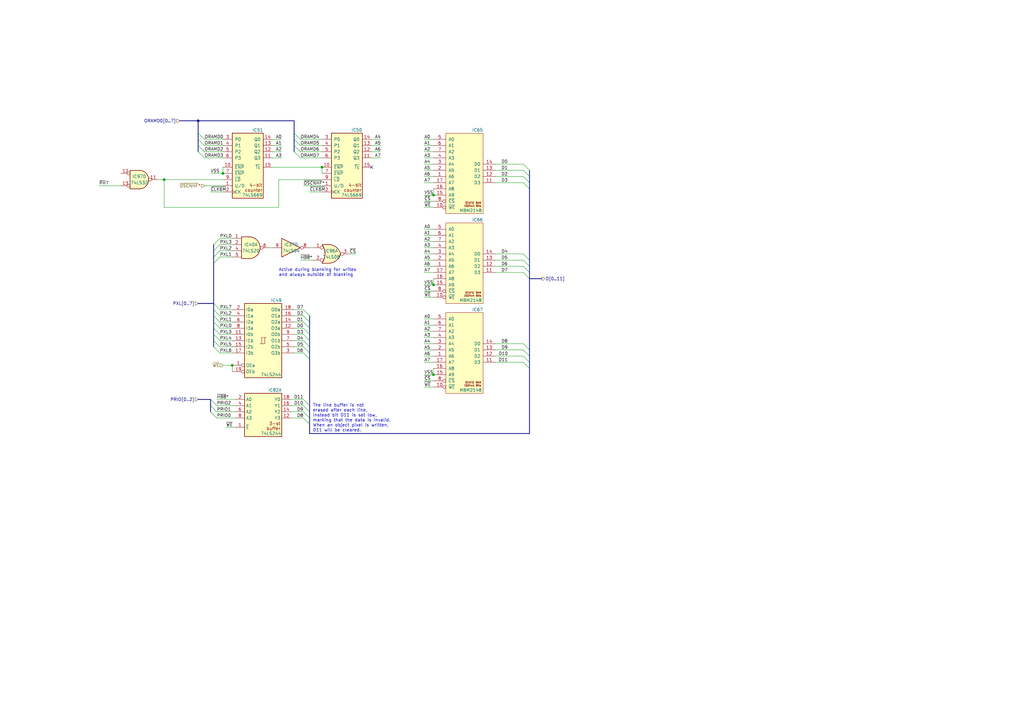
<source format=kicad_sch>
(kicad_sch (version 20231120) (generator "eeschema") (generator_version "8.0")
  (paper "A3")
  (title_block (date "2024-11-16") (company "JOTEGO") (comment 1 "www.patreon.com/jotego") (comment 2 "José Tejada"))
  (lib_symbols
    (symbol "arcade:MBM2148" (pin_names (offset 1.016))
      (property "Reference" "U" (at 7.62 17.78 0))
      (property "Value" "MBM2148" (at 2.54 -15.24 0))
      (symbol "MBM2148_0_1"
        (rectangle (start -7.62 16.51) (end 7.62 -16.51) (fill (type background)))
        (rectangle (start -6.35 16.51) (end -6.35 16.51))
      )
      (symbol "MBM2148_1_1"
        (text "STATIC RAM\n1024x4 Bits" (at 6.985 -12.7 0) (effects (font (size 0.762 0.762)) (justify right)))
        (pin input line (at -12.7 -1.27 0) (length 5.08) (name "A6") (number "1"))
        (pin input inverted (at -12.7 -13.97 0) (length 5.08) (name "~{WE}") (number "10"))
        (pin output line (at 12.7 -3.81 180) (length 5.08) (name "D3") (number "11"))
        (pin output line (at 12.7 -1.27 180) (length 5.08) (name "D2") (number "12"))
        (pin output line (at 12.7 1.27 180) (length 5.08) (name "D1") (number "13"))
        (pin output line (at 12.7 3.81 180) (length 5.08) (name "D0") (number "14"))
        (pin input line (at -12.7 -8.89 0) (length 5.08) (name "A9") (number "15"))
        (pin input line (at -12.7 -6.35 0) (length 5.08) (name "A8") (number "16"))
        (pin input line (at -12.7 -3.81 0) (length 5.08) (name "A7") (number "17"))
        (pin power_in line (at 0 16.51 270) (length 5.08) hide (name "VCC") (number "18"))
        (pin input line (at -12.7 1.27 0) (length 5.08) (name "A5") (number "2"))
        (pin input line (at -12.7 3.81 0) (length 5.08) (name "A4") (number "3"))
        (pin input line (at -12.7 6.35 0) (length 5.08) (name "A3") (number "4"))
        (pin input line (at -12.7 13.97 0) (length 5.08) (name "A0") (number "5"))
        (pin input line (at -12.7 11.43 0) (length 5.08) (name "A1") (number "6"))
        (pin input line (at -12.7 8.89 0) (length 5.08) (name "A2") (number "7"))
        (pin input inverted (at -12.7 -11.43 0) (length 5.08) (name "~{CS}") (number "8"))
        (pin power_in line (at 0 -16.51 90) (length 5.08) hide (name "VSS") (number "9"))
      )
    )
    (symbol "jt74:74LS04" (pin_names (offset 1.016))
      (property "Reference" "U" (at -0.635 0 0))
      (property "Value" "74LS04" (at 0 -5.08 0))
      (symbol "74LS04_1_0"
        (polyline (pts (xy -3.81 3.81) (xy -3.81 -3.81) (xy 3.81 0) (xy -3.81 3.81)) (stroke (width 0.254)) (fill (type background)))
        (pin input line (at -7.62 0 0) (length 3.81) (name "~") (number "1"))
        (pin output inverted (at 7.62 0 180) (length 3.81) (name "~") (number "2"))
      )
      (symbol "74LS04_2_0"
        (polyline (pts (xy -3.81 3.81) (xy -3.81 -3.81) (xy 3.81 0) (xy -3.81 3.81)) (stroke (width 0.254)) (fill (type background)))
        (pin input line (at -7.62 0 0) (length 3.81) (name "~") (number "3"))
        (pin output inverted (at 7.62 0 180) (length 3.81) (name "~") (number "4"))
      )
      (symbol "74LS04_3_0"
        (polyline (pts (xy -3.81 3.81) (xy -3.81 -3.81) (xy 3.81 0) (xy -3.81 3.81)) (stroke (width 0.254)) (fill (type background)))
        (pin input line (at -7.62 0 0) (length 3.81) (name "~") (number "5"))
        (pin output inverted (at 7.62 0 180) (length 3.81) (name "~") (number "6"))
      )
      (symbol "74LS04_4_0"
        (polyline (pts (xy -3.81 3.81) (xy -3.81 -3.81) (xy 3.81 0) (xy -3.81 3.81)) (stroke (width 0.254)) (fill (type background)))
        (pin output inverted (at 7.62 0 180) (length 3.81) (name "~") (number "8"))
        (pin input line (at -7.62 0 0) (length 3.81) (name "~") (number "9"))
      )
      (symbol "74LS04_5_0"
        (polyline (pts (xy -3.81 3.81) (xy -3.81 -3.81) (xy 3.81 0) (xy -3.81 3.81)) (stroke (width 0.254)) (fill (type background)))
        (pin output inverted (at 7.62 0 180) (length 3.81) (name "~") (number "10"))
        (pin input line (at -7.62 0 0) (length 3.81) (name "~") (number "11"))
      )
      (symbol "74LS04_6_0"
        (polyline (pts (xy -3.81 3.81) (xy -3.81 -3.81) (xy 3.81 0) (xy -3.81 3.81)) (stroke (width 0.254)) (fill (type background)))
        (pin output inverted (at 7.62 0 180) (length 3.81) (name "~") (number "12"))
        (pin input line (at -7.62 0 0) (length 3.81) (name "~") (number "13"))
      )
      (symbol "74LS04_7_0"
        (pin power_in line (at 0 7.62 270) (length 5.08) hide (name "VCC") (number "14"))
        (pin power_in line (at 0 -7.62 90) (length 5.08) hide (name "VSS") (number "7"))
      )
      (symbol "74LS04_7_1"
        (rectangle (start -5.08 7.62) (end 5.08 -7.62) (stroke (width 0.254)) (fill (type background)))
        (text "+" (at 0 6.35 0) (effects (font (size 1.27 1.27))))
      )
    )
    (symbol "jt74:74LS08" (pin_names (offset 1.016))
      (property "Reference" "U" (at 0 1.27 0))
      (property "Value" "74LS08" (at 0 -1.27 0))
      (symbol "74LS08_1_1"
        (arc (start 0 -3.81) (mid 3.7934 0) (end 0 3.81) (stroke (width 0.254)) (fill (type background)))
        (polyline (pts (xy 0 3.81) (xy -3.81 3.81) (xy -3.81 -3.81) (xy 0 -3.81)) (stroke (width 0.254)) (fill (type background)))
        (pin input line (at -7.62 2.54 0) (length 3.81) (name "~") (number "1"))
        (pin input line (at -7.62 -2.54 0) (length 3.81) (name "~") (number "2"))
        (pin output line (at 7.62 0 180) (length 3.81) (name "~") (number "3"))
      )
      (symbol "74LS08_1_2"
        (arc (start -3.81 -3.81) (mid -2.589 0) (end -3.81 3.81) (stroke (width 0.254)))
        (arc (start -0.6096 -3.81) (mid 2.1842 -2.5851) (end 3.81 0) (stroke (width 0.254)) (fill (type background)))
        (polyline (pts (xy -3.81 -3.81) (xy -0.635 -3.81)) (stroke (width 0.254)) (fill (type background)))
        (polyline (pts (xy -3.81 3.81) (xy -0.635 3.81)) (stroke (width 0.254)) (fill (type background)))
        (polyline (pts (xy -0.635 3.81) (xy -3.81 3.81) (xy -3.81 3.81) (xy -3.556 3.4036) (xy -3.0226 2.2606) (xy -2.6924 1.0414) (xy -2.6162 -0.254) (xy -2.7686 -1.4986) (xy -3.175 -2.7178) (xy -3.81 -3.81) (xy -3.81 -3.81) (xy -0.635 -3.81)) (stroke (width -25.4)) (fill (type background)))
        (arc (start 3.81 0) (mid 2.1915 2.5936) (end -0.6096 3.81) (stroke (width 0.254)) (fill (type background)))
        (pin input inverted (at -7.62 2.54 0) (length 4.318) (name "~") (number "1"))
        (pin input inverted (at -7.62 -2.54 0) (length 4.318) (name "~") (number "2"))
        (pin output inverted (at 7.62 0 180) (length 3.81) (name "~") (number "3"))
      )
      (symbol "74LS08_2_1"
        (arc (start 0 -3.81) (mid 3.7934 0) (end 0 3.81) (stroke (width 0.254)) (fill (type background)))
        (polyline (pts (xy 0 3.81) (xy -3.81 3.81) (xy -3.81 -3.81) (xy 0 -3.81)) (stroke (width 0.254)) (fill (type background)))
        (pin input line (at -7.62 2.54 0) (length 3.81) (name "~") (number "4"))
        (pin input line (at -7.62 -2.54 0) (length 3.81) (name "~") (number "5"))
        (pin output line (at 7.62 0 180) (length 3.81) (name "~") (number "6"))
      )
      (symbol "74LS08_2_2"
        (arc (start -3.81 -3.81) (mid -2.589 0) (end -3.81 3.81) (stroke (width 0.254)))
        (arc (start -0.6096 -3.81) (mid 2.1842 -2.5851) (end 3.81 0) (stroke (width 0.254)) (fill (type background)))
        (polyline (pts (xy -3.81 -3.81) (xy -0.635 -3.81)) (stroke (width 0.254)) (fill (type background)))
        (polyline (pts (xy -3.81 3.81) (xy -0.635 3.81)) (stroke (width 0.254)) (fill (type background)))
        (polyline (pts (xy -0.635 3.81) (xy -3.81 3.81) (xy -3.81 3.81) (xy -3.556 3.4036) (xy -3.0226 2.2606) (xy -2.6924 1.0414) (xy -2.6162 -0.254) (xy -2.7686 -1.4986) (xy -3.175 -2.7178) (xy -3.81 -3.81) (xy -3.81 -3.81) (xy -0.635 -3.81)) (stroke (width -25.4)) (fill (type background)))
        (arc (start 3.81 0) (mid 2.1915 2.5936) (end -0.6096 3.81) (stroke (width 0.254)) (fill (type background)))
        (pin input inverted (at -7.62 2.54 0) (length 4.318) (name "~") (number "4"))
        (pin input inverted (at -7.62 -2.54 0) (length 4.318) (name "~") (number "5"))
        (pin output inverted (at 7.62 0 180) (length 3.81) (name "~") (number "6"))
      )
      (symbol "74LS08_3_1"
        (arc (start 0 -3.81) (mid 3.7934 0) (end 0 3.81) (stroke (width 0.254)) (fill (type background)))
        (polyline (pts (xy 0 3.81) (xy -3.81 3.81) (xy -3.81 -3.81) (xy 0 -3.81)) (stroke (width 0.254)) (fill (type background)))
        (pin input line (at -7.62 -2.54 0) (length 3.81) (name "~") (number "10"))
        (pin output line (at 7.62 0 180) (length 3.81) (name "~") (number "8"))
        (pin input line (at -7.62 2.54 0) (length 3.81) (name "~") (number "9"))
      )
      (symbol "74LS08_3_2"
        (arc (start -3.81 -3.81) (mid -2.589 0) (end -3.81 3.81) (stroke (width 0.254)))
        (arc (start -0.6096 -3.81) (mid 2.1842 -2.5851) (end 3.81 0) (stroke (width 0.254)) (fill (type background)))
        (polyline (pts (xy -3.81 -3.81) (xy -0.635 -3.81)) (stroke (width 0.254)) (fill (type background)))
        (polyline (pts (xy -3.81 3.81) (xy -0.635 3.81)) (stroke (width 0.254)) (fill (type background)))
        (polyline (pts (xy -0.635 3.81) (xy -3.81 3.81) (xy -3.81 3.81) (xy -3.556 3.4036) (xy -3.0226 2.2606) (xy -2.6924 1.0414) (xy -2.6162 -0.254) (xy -2.7686 -1.4986) (xy -3.175 -2.7178) (xy -3.81 -3.81) (xy -3.81 -3.81) (xy -0.635 -3.81)) (stroke (width -25.4)) (fill (type background)))
        (arc (start 3.81 0) (mid 2.1915 2.5936) (end -0.6096 3.81) (stroke (width 0.254)) (fill (type background)))
        (pin input inverted (at -7.62 -2.54 0) (length 4.318) (name "~") (number "10"))
        (pin output inverted (at 7.62 0 180) (length 3.81) (name "~") (number "8"))
        (pin input inverted (at -7.62 2.54 0) (length 4.318) (name "~") (number "9"))
      )
      (symbol "74LS08_4_1"
        (arc (start 0 -3.81) (mid 3.7934 0) (end 0 3.81) (stroke (width 0.254)) (fill (type background)))
        (polyline (pts (xy 0 3.81) (xy -3.81 3.81) (xy -3.81 -3.81) (xy 0 -3.81)) (stroke (width 0.254)) (fill (type background)))
        (pin output line (at 7.62 0 180) (length 3.81) (name "~") (number "11"))
        (pin input line (at -7.62 2.54 0) (length 3.81) (name "~") (number "12"))
        (pin input line (at -7.62 -2.54 0) (length 3.81) (name "~") (number "13"))
      )
      (symbol "74LS08_4_2"
        (arc (start -3.81 -3.81) (mid -2.589 0) (end -3.81 3.81) (stroke (width 0.254)))
        (arc (start -0.6096 -3.81) (mid 2.1842 -2.5851) (end 3.81 0) (stroke (width 0.254)) (fill (type background)))
        (polyline (pts (xy -3.81 -3.81) (xy -0.635 -3.81)) (stroke (width 0.254)) (fill (type background)))
        (polyline (pts (xy -3.81 3.81) (xy -0.635 3.81)) (stroke (width 0.254)) (fill (type background)))
        (polyline (pts (xy -0.635 3.81) (xy -3.81 3.81) (xy -3.81 3.81) (xy -3.556 3.4036) (xy -3.0226 2.2606) (xy -2.6924 1.0414) (xy -2.6162 -0.254) (xy -2.7686 -1.4986) (xy -3.175 -2.7178) (xy -3.81 -3.81) (xy -3.81 -3.81) (xy -0.635 -3.81)) (stroke (width -25.4)) (fill (type background)))
        (arc (start 3.81 0) (mid 2.1915 2.5936) (end -0.6096 3.81) (stroke (width 0.254)) (fill (type background)))
        (pin output inverted (at 7.62 0 180) (length 3.81) (name "~") (number "11"))
        (pin input inverted (at -7.62 2.54 0) (length 4.318) (name "~") (number "12"))
        (pin input inverted (at -7.62 -2.54 0) (length 4.318) (name "~") (number "13"))
      )
      (symbol "74LS08_5_0"
        (pin power_in line (at 0 7.62 270) (length 5.08) hide (name "VCC") (number "14"))
        (pin power_in line (at 0 -7.62 90) (length 5.08) hide (name "VSS") (number "7"))
      )
      (symbol "74LS08_5_1"
        (rectangle (start -5.08 7.62) (end 5.08 -7.62) (stroke (width 0.254)) (fill (type background)))
        (text "+" (at 0 6.35 0) (effects (font (size 1.27 1.27))))
      )
    )
    (symbol "jt74:74LS20" (pin_names (offset 1.016))
      (property "Reference" "U" (at 0 1.27 0))
      (property "Value" "74LS20" (at 0 -1.27 0))
      (symbol "74LS20_1_1"
        (arc (start -0.635 -4.445) (mid 3.7907 0) (end -0.635 4.445) (stroke (width 0.254)) (fill (type background)))
        (polyline (pts (xy -0.635 4.445) (xy -3.81 4.445) (xy -3.81 -4.445) (xy -0.635 -4.445)) (stroke (width 0.254)) (fill (type background)))
        (pin input line (at -7.62 3.81 0) (length 3.81) (name "~") (number "1"))
        (pin input line (at -7.62 1.27 0) (length 3.81) (name "~") (number "2"))
        (pin input line (at -7.62 -1.27 0) (length 3.81) (name "~") (number "4"))
        (pin input line (at -7.62 -3.81 0) (length 3.81) (name "~") (number "5"))
        (pin output inverted (at 7.62 0 180) (length 3.81) (name "~") (number "6"))
      )
      (symbol "74LS20_1_2"
        (arc (start -3.81 -4.445) (mid -2.5908 0) (end -3.81 4.445) (stroke (width 0.254)))
        (arc (start -0.6096 -4.445) (mid 2.2246 -2.8422) (end 3.81 0) (stroke (width 0.254)) (fill (type background)))
        (polyline (pts (xy -3.81 -4.445) (xy -0.635 -4.445)) (stroke (width 0.254)) (fill (type background)))
        (polyline (pts (xy -3.81 4.445) (xy -0.635 4.445)) (stroke (width 0.254)) (fill (type background)))
        (polyline (pts (xy -0.635 4.445) (xy -3.81 4.445) (xy -3.81 4.445) (xy -3.6322 4.0894) (xy -3.0988 2.921) (xy -2.7686 1.6764) (xy -2.6162 0.4318) (xy -2.6416 -0.8636) (xy -2.8702 -2.1082) (xy -3.2512 -3.3274) (xy -3.81 -4.445) (xy -3.81 -4.445) (xy -0.635 -4.445)) (stroke (width -25.4)) (fill (type background)))
        (arc (start 3.81 0) (mid 2.2204 2.8379) (end -0.6096 4.445) (stroke (width 0.254)) (fill (type background)))
        (pin input inverted (at -7.62 3.81 0) (length 3.81) (name "~") (number "1"))
        (pin input inverted (at -7.62 1.27 0) (length 4.826) (name "~") (number "2"))
        (pin input inverted (at -7.62 -1.27 0) (length 4.826) (name "~") (number "4"))
        (pin input inverted (at -7.62 -3.81 0) (length 3.81) (name "~") (number "5"))
        (pin output line (at 7.62 0 180) (length 3.81) (name "~") (number "6"))
      )
      (symbol "74LS20_2_1"
        (arc (start -0.635 -4.445) (mid 3.7907 0) (end -0.635 4.445) (stroke (width 0.254)) (fill (type background)))
        (polyline (pts (xy -0.635 4.445) (xy -3.81 4.445) (xy -3.81 -4.445) (xy -0.635 -4.445)) (stroke (width 0.254)) (fill (type background)))
        (pin input line (at -7.62 1.27 0) (length 3.81) (name "~") (number "10"))
        (pin input line (at -7.62 -1.27 0) (length 3.81) (name "~") (number "12"))
        (pin input line (at -7.62 -3.81 0) (length 3.81) (name "~") (number "13"))
        (pin output inverted (at 7.62 0 180) (length 3.81) (name "~") (number "8"))
        (pin input line (at -7.62 3.81 0) (length 3.81) (name "~") (number "9"))
      )
      (symbol "74LS20_2_2"
        (arc (start -3.81 -4.445) (mid -2.5908 0) (end -3.81 4.445) (stroke (width 0.254)))
        (arc (start -0.6096 -4.445) (mid 2.2246 -2.8422) (end 3.81 0) (stroke (width 0.254)) (fill (type background)))
        (polyline (pts (xy -3.81 -4.445) (xy -0.635 -4.445)) (stroke (width 0.254)) (fill (type background)))
        (polyline (pts (xy -3.81 4.445) (xy -0.635 4.445)) (stroke (width 0.254)) (fill (type background)))
        (polyline (pts (xy -0.635 4.445) (xy -3.81 4.445) (xy -3.81 4.445) (xy -3.6322 4.0894) (xy -3.0988 2.921) (xy -2.7686 1.6764) (xy -2.6162 0.4318) (xy -2.6416 -0.8636) (xy -2.8702 -2.1082) (xy -3.2512 -3.3274) (xy -3.81 -4.445) (xy -3.81 -4.445) (xy -0.635 -4.445)) (stroke (width -25.4)) (fill (type background)))
        (arc (start 3.81 0) (mid 2.2204 2.8379) (end -0.6096 4.445) (stroke (width 0.254)) (fill (type background)))
        (pin input inverted (at -7.62 1.27 0) (length 4.826) (name "~") (number "10"))
        (pin input inverted (at -7.62 -1.27 0) (length 4.826) (name "~") (number "12"))
        (pin input inverted (at -7.62 -3.81 0) (length 3.81) (name "~") (number "13"))
        (pin output line (at 7.62 0 180) (length 3.81) (name "~") (number "8"))
        (pin input inverted (at -7.62 3.81 0) (length 3.81) (name "~") (number "9"))
      )
      (symbol "74LS20_3_0"
        (pin power_in line (at 0 7.62 270) (length 5.08) hide (name "VCC") (number "14"))
        (pin power_in line (at 0 -7.62 90) (length 5.08) hide (name "VSS") (number "7"))
      )
      (symbol "74LS20_3_1"
        (rectangle (start -5.08 7.62) (end 5.08 -7.62) (stroke (width 0.254)) (fill (type background)))
        (text "+" (at 0 6.35 0) (effects (font (size 1.27 1.27))))
      )
    )
    (symbol "jt74:74LS244"
      (property "Reference" "U" (at 7.62 16.51 0))
      (property "Value" "74LS244" (at 3.175 -13.97 0))
      (symbol "74LS244_1_0"
        (polyline (pts (xy -0.635 -1.27) (xy -0.635 1.27) (xy 0.635 1.27)))
        (polyline (pts (xy -1.27 -1.27) (xy 0.635 -1.27) (xy 0.635 1.27) (xy 1.27 1.27)))
        (pin input inverted (at -12.7 -10.16 0) (length 5.08) (name "OEa") (number "1"))
        (pin power_in line (at 0 -15.24 90) (length 5.08) hide (name "VSS") (number "10"))
        (pin input line (at -12.7 2.54 0) (length 5.08) (name "I0b") (number "11"))
        (pin tri_state line (at 12.7 5.08 180) (length 5.08) (name "O3a") (number "12"))
        (pin input line (at -12.7 0 0) (length 5.08) (name "I1b") (number "13"))
        (pin tri_state line (at 12.7 7.62 180) (length 5.08) (name "O2a") (number "14"))
        (pin input line (at -12.7 -2.54 0) (length 5.08) (name "I2b") (number "15"))
        (pin tri_state line (at 12.7 10.16 180) (length 5.08) (name "O1a") (number "16"))
        (pin input line (at -12.7 -5.08 0) (length 5.08) (name "I3b") (number "17"))
        (pin tri_state line (at 12.7 12.7 180) (length 5.08) (name "O0a") (number "18"))
        (pin input inverted (at -12.7 -12.7 0) (length 5.08) (name "OEb") (number "19"))
        (pin input line (at -12.7 12.7 0) (length 5.08) (name "I0a") (number "2"))
        (pin power_in line (at 0 15.24 270) (length 5.08) hide (name "VCC") (number "20"))
        (pin tri_state line (at 12.7 -5.08 180) (length 5.08) (name "O3b") (number "3"))
        (pin input line (at -12.7 10.16 0) (length 5.08) (name "I1a") (number "4"))
        (pin tri_state line (at 12.7 -2.54 180) (length 5.08) (name "O2b") (number "5"))
        (pin input line (at -12.7 7.62 0) (length 5.08) (name "I2a") (number "6"))
        (pin tri_state line (at 12.7 0 180) (length 5.08) (name "O1b") (number "7"))
        (pin input line (at -12.7 5.08 0) (length 5.08) (name "I3a") (number "8"))
        (pin tri_state line (at 12.7 2.54 180) (length 5.08) (name "O0b") (number "9"))
      )
      (symbol "74LS244_1_1"
        (rectangle (start -7.62 15.24) (end 7.62 -15.24) (stroke (width 0.254)) (fill (type background)))
      )
    )
    (symbol "jt74:74LS244_split"
      (property "Reference" "U" (at 7.62 8.89 0))
      (property "Value" "74LS244" (at 3.175 -8.89 0))
      (symbol "74LS244_split_1_0"
        (pin input line (at -11.43 -6.35 0) (length 3.81) (name "~{E}") (number "1"))
        (pin tri_state line (at 11.43 -2.54 180) (length 3.81) (name "Y3") (number "12"))
        (pin tri_state line (at 11.43 0 180) (length 3.81) (name "Y2") (number "14"))
        (pin tri_state line (at 11.43 2.54 180) (length 3.81) (name "Y1") (number "16"))
        (pin tri_state line (at 11.43 5.08 180) (length 3.81) (name "Y0") (number "18"))
        (pin input line (at -11.43 5.08 0) (length 3.81) (name "A0") (number "2"))
        (pin power_in line (at 0 7.62 270) (length 3.81) hide (name "VCC") (number "20"))
        (pin input line (at -11.43 2.54 0) (length 3.81) (name "A1") (number "4"))
        (pin input line (at -11.43 0 0) (length 3.81) (name "A2") (number "6"))
        (pin input line (at -11.43 -2.54 0) (length 3.81) (name "A3") (number "8"))
        (pin power_in line (at 0 -10.16 90) (length 3.81) hide (name "10") (number "GND"))
      )
      (symbol "74LS244_split_1_1"
        (rectangle (start -7.62 7.62) (end 7.62 -10.16) (stroke (width 0.254)) (fill (type background)))
        (text "3-st\nbuffer" (at 7.112 -5.842 0) (effects (font (size 1.27 1.27)) (justify right)))
      )
      (symbol "74LS244_split_2_0"
        (pin input line (at -11.43 5.08 0) (length 3.81) (name "A0") (number "11"))
        (pin input line (at -11.43 2.54 0) (length 3.81) (name "A1") (number "13"))
        (pin input line (at -11.43 0 0) (length 3.81) (name "A2") (number "15"))
        (pin input line (at -11.43 -2.54 0) (length 3.81) (name "A3") (number "17"))
        (pin input line (at -11.43 -6.35 0) (length 3.81) (name "~{E}") (number "19"))
        (pin tri_state line (at 11.43 -2.54 180) (length 3.81) (name "Y3") (number "3"))
        (pin tri_state line (at 11.43 0 180) (length 3.81) (name "Y2") (number "5"))
        (pin tri_state line (at 11.43 2.54 180) (length 3.81) (name "Y1") (number "7"))
        (pin tri_state line (at 11.43 5.08 180) (length 3.81) (name "Y0") (number "9"))
      )
      (symbol "74LS244_split_2_1"
        (rectangle (start -7.62 7.62) (end 7.62 -10.16) (stroke (width 0.254)) (fill (type background)))
        (text "3-st\nbuffer" (at 7.112 -5.842 0) (effects (font (size 1.27 1.27)) (justify right)))
      )
    )
    (symbol "jt74:74LS32" (pin_names (offset 1.016))
      (property "Reference" "U" (at 0 1.27 0))
      (property "Value" "74LS32" (at 0 -1.27 0))
      (symbol "74LS32_1_1"
        (arc (start -3.81 -3.81) (mid -2.589 0) (end -3.81 3.81) (stroke (width 0.254)))
        (arc (start -0.6096 -3.81) (mid 2.1842 -2.5851) (end 3.81 0) (stroke (width 0.254)) (fill (type background)))
        (polyline (pts (xy -3.81 -3.81) (xy -0.635 -3.81)) (stroke (width 0.254)) (fill (type background)))
        (polyline (pts (xy -3.81 3.81) (xy -0.635 3.81)) (stroke (width 0.254)) (fill (type background)))
        (polyline (pts (xy -0.635 3.81) (xy -3.81 3.81) (xy -3.81 3.81) (xy -3.556 3.4036) (xy -3.0226 2.2606) (xy -2.6924 1.0414) (xy -2.6162 -0.254) (xy -2.7686 -1.4986) (xy -3.175 -2.7178) (xy -3.81 -3.81) (xy -3.81 -3.81) (xy -0.635 -3.81)) (stroke (width -25.4)) (fill (type background)))
        (arc (start 3.81 0) (mid 2.1915 2.5936) (end -0.6096 3.81) (stroke (width 0.254)) (fill (type background)))
        (pin input line (at -7.62 2.54 0) (length 4.318) (name "~") (number "1"))
        (pin input line (at -7.62 -2.54 0) (length 4.318) (name "~") (number "2"))
        (pin output line (at 7.62 0 180) (length 3.81) (name "~") (number "3"))
      )
      (symbol "74LS32_1_2"
        (arc (start 0 -3.81) (mid 3.7934 0) (end 0 3.81) (stroke (width 0.254)) (fill (type background)))
        (polyline (pts (xy 0 3.81) (xy -3.81 3.81) (xy -3.81 -3.81) (xy 0 -3.81)) (stroke (width 0.254)) (fill (type background)))
        (pin input inverted (at -7.62 2.54 0) (length 3.81) (name "~") (number "1"))
        (pin input inverted (at -7.62 -2.54 0) (length 3.81) (name "~") (number "2"))
        (pin output inverted (at 7.62 0 180) (length 3.81) (name "~") (number "3"))
      )
      (symbol "74LS32_2_1"
        (arc (start -3.81 -3.81) (mid -2.589 0) (end -3.81 3.81) (stroke (width 0.254)))
        (arc (start -0.6096 -3.81) (mid 2.1842 -2.5851) (end 3.81 0) (stroke (width 0.254)) (fill (type background)))
        (polyline (pts (xy -3.81 -3.81) (xy -0.635 -3.81)) (stroke (width 0.254)) (fill (type background)))
        (polyline (pts (xy -3.81 3.81) (xy -0.635 3.81)) (stroke (width 0.254)) (fill (type background)))
        (polyline (pts (xy -0.635 3.81) (xy -3.81 3.81) (xy -3.81 3.81) (xy -3.556 3.4036) (xy -3.0226 2.2606) (xy -2.6924 1.0414) (xy -2.6162 -0.254) (xy -2.7686 -1.4986) (xy -3.175 -2.7178) (xy -3.81 -3.81) (xy -3.81 -3.81) (xy -0.635 -3.81)) (stroke (width -25.4)) (fill (type background)))
        (arc (start 3.81 0) (mid 2.1915 2.5936) (end -0.6096 3.81) (stroke (width 0.254)) (fill (type background)))
        (pin input line (at -7.62 2.54 0) (length 4.318) (name "~") (number "4"))
        (pin input line (at -7.62 -2.54 0) (length 4.318) (name "~") (number "5"))
        (pin output line (at 7.62 0 180) (length 3.81) (name "~") (number "6"))
      )
      (symbol "74LS32_2_2"
        (arc (start 0 -3.81) (mid 3.7934 0) (end 0 3.81) (stroke (width 0.254)) (fill (type background)))
        (polyline (pts (xy 0 3.81) (xy -3.81 3.81) (xy -3.81 -3.81) (xy 0 -3.81)) (stroke (width 0.254)) (fill (type background)))
        (pin input inverted (at -7.62 2.54 0) (length 3.81) (name "~") (number "4"))
        (pin input inverted (at -7.62 -2.54 0) (length 3.81) (name "~") (number "5"))
        (pin output inverted (at 7.62 0 180) (length 3.81) (name "~") (number "6"))
      )
      (symbol "74LS32_3_1"
        (arc (start -3.81 -3.81) (mid -2.589 0) (end -3.81 3.81) (stroke (width 0.254)))
        (arc (start -0.6096 -3.81) (mid 2.1842 -2.5851) (end 3.81 0) (stroke (width 0.254)) (fill (type background)))
        (polyline (pts (xy -3.81 -3.81) (xy -0.635 -3.81)) (stroke (width 0.254)) (fill (type background)))
        (polyline (pts (xy -3.81 3.81) (xy -0.635 3.81)) (stroke (width 0.254)) (fill (type background)))
        (polyline (pts (xy -0.635 3.81) (xy -3.81 3.81) (xy -3.81 3.81) (xy -3.556 3.4036) (xy -3.0226 2.2606) (xy -2.6924 1.0414) (xy -2.6162 -0.254) (xy -2.7686 -1.4986) (xy -3.175 -2.7178) (xy -3.81 -3.81) (xy -3.81 -3.81) (xy -0.635 -3.81)) (stroke (width -25.4)) (fill (type background)))
        (arc (start 3.81 0) (mid 2.1915 2.5936) (end -0.6096 3.81) (stroke (width 0.254)) (fill (type background)))
        (pin input line (at -7.62 -2.54 0) (length 4.318) (name "~") (number "10"))
        (pin output line (at 7.62 0 180) (length 3.81) (name "~") (number "8"))
        (pin input line (at -7.62 2.54 0) (length 4.318) (name "~") (number "9"))
      )
      (symbol "74LS32_3_2"
        (arc (start 0 -3.81) (mid 3.7934 0) (end 0 3.81) (stroke (width 0.254)) (fill (type background)))
        (polyline (pts (xy 0 3.81) (xy -3.81 3.81) (xy -3.81 -3.81) (xy 0 -3.81)) (stroke (width 0.254)) (fill (type background)))
        (pin input inverted (at -7.62 -2.54 0) (length 3.81) (name "~") (number "10"))
        (pin output inverted (at 7.62 0 180) (length 3.81) (name "~") (number "8"))
        (pin input inverted (at -7.62 2.54 0) (length 3.81) (name "~") (number "9"))
      )
      (symbol "74LS32_4_1"
        (arc (start -3.81 -3.81) (mid -2.589 0) (end -3.81 3.81) (stroke (width 0.254)))
        (arc (start -0.6096 -3.81) (mid 2.1842 -2.5851) (end 3.81 0) (stroke (width 0.254)) (fill (type background)))
        (polyline (pts (xy -3.81 -3.81) (xy -0.635 -3.81)) (stroke (width 0.254)) (fill (type background)))
        (polyline (pts (xy -3.81 3.81) (xy -0.635 3.81)) (stroke (width 0.254)) (fill (type background)))
        (polyline (pts (xy -0.635 3.81) (xy -3.81 3.81) (xy -3.81 3.81) (xy -3.556 3.4036) (xy -3.0226 2.2606) (xy -2.6924 1.0414) (xy -2.6162 -0.254) (xy -2.7686 -1.4986) (xy -3.175 -2.7178) (xy -3.81 -3.81) (xy -3.81 -3.81) (xy -0.635 -3.81)) (stroke (width -25.4)) (fill (type background)))
        (arc (start 3.81 0) (mid 2.1915 2.5936) (end -0.6096 3.81) (stroke (width 0.254)) (fill (type background)))
        (pin output line (at 7.62 0 180) (length 3.81) (name "~") (number "11"))
        (pin input line (at -7.62 2.54 0) (length 4.318) (name "~") (number "12"))
        (pin input line (at -7.62 -2.54 0) (length 4.318) (name "~") (number "13"))
      )
      (symbol "74LS32_4_2"
        (arc (start 0 -3.81) (mid 3.7934 0) (end 0 3.81) (stroke (width 0.254)) (fill (type background)))
        (polyline (pts (xy 0 3.81) (xy -3.81 3.81) (xy -3.81 -3.81) (xy 0 -3.81)) (stroke (width 0.254)) (fill (type background)))
        (pin output inverted (at 7.62 0 180) (length 3.81) (name "~") (number "11"))
        (pin input inverted (at -7.62 2.54 0) (length 3.81) (name "~") (number "12"))
        (pin input inverted (at -7.62 -2.54 0) (length 3.81) (name "~") (number "13"))
      )
      (symbol "74LS32_5_0"
        (pin power_in line (at 0 7.62 270) (length 5.08) hide (name "VCC") (number "14"))
        (pin power_in line (at 0 -7.62 90) (length 5.08) hide (name "VSS") (number "7"))
      )
      (symbol "74LS32_5_1"
        (rectangle (start -5.08 7.62) (end 5.08 -7.62) (stroke (width 0.254)) (fill (type background)))
        (text "+" (at 0 6.35 0) (effects (font (size 1.27 1.27))))
      )
    )
    (symbol "jt74:74LS669" (pin_names (offset 1.016))
      (property "Reference" "U" (at 6.35 12.7 0))
      (property "Value" "74LS669" (at 1.905 -13.97 0))
      (symbol "74LS669_1_0"
        (pin power_in line (at 0 11.43 270) (length 5.08) hide (name "VCC") (number "16"))
        (pin power_in line (at 0 -15.24 90) (length 5.08) hide (name "VSS") (number "8"))
      )
      (symbol "74LS669_1_1"
        (rectangle (start -6.35 11.43) (end 6.35 -15.24) (stroke (width 0.254)) (fill (type background)))
        (text "4-bit\ncounter\n" (at 6.096 -10.922 0) (effects (font (size 1.27 1.27)) (justify right)))
        (pin input line (at -10.16 -10.16 0) (length 3.81) (name "U/D") (number "1"))
        (pin input line (at -10.16 -2.54 0) (length 3.81) (name "~{ENP}") (number "10"))
        (pin output line (at 10.16 1.27 180) (length 3.81) (name "Q3") (number "11"))
        (pin output line (at 10.16 3.81 180) (length 3.81) (name "Q2") (number "12"))
        (pin output line (at 10.16 6.35 180) (length 3.81) (name "Q1") (number "13"))
        (pin output line (at 10.16 8.89 180) (length 3.81) (name "Q0") (number "14"))
        (pin output line (at 10.16 -2.54 180) (length 3.81) (name "~{Tc}") (number "15"))
        (pin input clock (at -10.16 -12.7 0) (length 3.81) (name "CK") (number "2"))
        (pin input line (at -10.16 8.89 0) (length 3.81) (name "P0") (number "3"))
        (pin input line (at -10.16 6.35 0) (length 3.81) (name "P1") (number "4"))
        (pin input line (at -10.16 3.81 0) (length 3.81) (name "P2") (number "5"))
        (pin input line (at -10.16 1.27 0) (length 3.81) (name "P3") (number "6"))
        (pin input line (at -10.16 -5.08 0) (length 3.81) (name "~{ENP}") (number "7"))
        (pin input line (at -10.16 -7.62 0) (length 3.81) (name "~{LD}") (number "9"))
      )
    )
  )
  (junction (at 132.08 68.58))
  (junction (at 67.31 73.66))
  (junction (at 81.28 49.53))
  (junction (at 177.8 153.67))
  (junction (at 177.8 116.84))
  (junction (at 177.8 80.01))
  (junction (at 91.44 71.12))
  (junction (at 95.25 149.86))
  (no_connect (at 152.4 68.58))
  (bus_entry (at 86.36 166.37) (size 2.54 2.54))
  (bus_entry (at 87.63 129.54) (size 2.54 2.54))
  (bus_entry (at 214.63 143.51) (size 2.54 2.54))
  (bus_entry (at 124.46 168.91) (size 2.54 2.54))
  (bus_entry (at 120.65 54.61) (size 2.54 2.54))
  (bus_entry (at 124.46 132.08) (size 2.54 2.54))
  (bus_entry (at 214.63 72.39) (size 2.54 2.54))
  (bus_entry (at 120.65 57.15) (size 2.54 2.54))
  (bus_entry (at 87.63 107.95) (size 2.54 -2.54))
  (bus_entry (at 214.63 106.68) (size 2.54 2.54))
  (bus_entry (at 87.63 142.24) (size 2.54 2.54))
  (bus_entry (at 86.36 168.91) (size 2.54 2.54))
  (bus_entry (at 124.46 144.78) (size 2.54 2.54))
  (bus_entry (at 124.46 163.83) (size 2.54 2.54))
  (bus_entry (at 81.28 54.61) (size 2.54 2.54))
  (bus_entry (at 214.63 69.85) (size 2.54 2.54))
  (bus_entry (at 124.46 142.24) (size 2.54 2.54))
  (bus_entry (at 214.63 111.76) (size 2.54 2.54))
  (bus_entry (at 81.28 57.15) (size 2.54 2.54))
  (bus_entry (at 87.63 124.46) (size 2.54 2.54))
  (bus_entry (at 124.46 171.45) (size 2.54 2.54))
  (bus_entry (at 214.63 109.22) (size 2.54 2.54))
  (bus_entry (at 214.63 74.93) (size 2.54 2.54))
  (bus_entry (at 87.63 132.08) (size 2.54 2.54))
  (bus_entry (at 87.63 134.62) (size 2.54 2.54))
  (bus_entry (at 124.46 139.7) (size 2.54 2.54))
  (bus_entry (at 86.36 163.83) (size 2.54 2.54))
  (bus_entry (at 87.63 127) (size 2.54 2.54))
  (bus_entry (at 124.46 127) (size 2.54 2.54))
  (bus_entry (at 87.63 105.41) (size 2.54 -2.54))
  (bus_entry (at 214.63 148.59) (size 2.54 2.54))
  (bus_entry (at 214.63 67.31) (size 2.54 2.54))
  (bus_entry (at 81.28 62.23) (size 2.54 2.54))
  (bus_entry (at 87.63 102.87) (size 2.54 -2.54))
  (bus_entry (at 124.46 137.16) (size 2.54 2.54))
  (bus_entry (at 81.28 59.69) (size 2.54 2.54))
  (bus_entry (at 214.63 140.97) (size 2.54 2.54))
  (bus_entry (at 120.65 62.23) (size 2.54 2.54))
  (bus_entry (at 214.63 104.14) (size 2.54 2.54))
  (bus_entry (at 124.46 134.62) (size 2.54 2.54))
  (bus_entry (at 87.63 100.33) (size 2.54 -2.54))
  (bus_entry (at 214.63 146.05) (size 2.54 2.54))
  (bus_entry (at 87.63 139.7) (size 2.54 2.54))
  (bus_entry (at 124.46 166.37) (size 2.54 2.54))
  (bus_entry (at 124.46 129.54) (size 2.54 2.54))
  (bus_entry (at 120.65 59.69) (size 2.54 2.54))
  (bus_entry (at 87.63 137.16) (size 2.54 2.54))
  (wire (pts (xy 152.4 62.23) (xy 156.21 62.23)))
  (bus (pts (xy 81.28 62.23) (xy 81.28 59.69)))
  (wire (pts (xy 123.19 57.15) (xy 132.08 57.15)))
  (wire (pts (xy 124.46 76.2) (xy 132.08 76.2)))
  (wire (pts (xy 173.99 111.76) (xy 177.8 111.76)))
  (bus (pts (xy 87.63 132.08) (xy 87.63 129.54)))
  (wire (pts (xy 132.08 68.58) (xy 111.76 68.58)))
  (wire (pts (xy 173.99 148.59) (xy 177.8 148.59)))
  (wire (pts (xy 173.99 96.52) (xy 177.8 96.52)))
  (wire (pts (xy 203.2 148.59) (xy 214.63 148.59)))
  (wire (pts (xy 114.3 73.66) (xy 132.08 73.66)))
  (bus (pts (xy 217.17 74.93) (xy 217.17 77.47)))
  (wire (pts (xy 173.99 57.15) (xy 177.8 57.15)))
  (bus (pts (xy 127 129.54) (xy 127 132.08)))
  (wire (pts (xy 132.08 71.12) (xy 132.08 68.58)))
  (wire (pts (xy 177.8 156.21) (xy 173.99 156.21)))
  (bus (pts (xy 81.28 54.61) (xy 81.28 49.53)))
  (bus (pts (xy 217.17 114.3) (xy 217.17 143.51)))
  (bus (pts (xy 87.63 100.33) (xy 87.63 102.87)))
  (bus (pts (xy 87.63 142.24) (xy 87.63 139.7)))
  (bus (pts (xy 127 137.16) (xy 127 139.7)))
  (wire (pts (xy 67.31 73.66) (xy 67.31 85.09)))
  (wire (pts (xy 173.99 59.69) (xy 177.8 59.69)))
  (wire (pts (xy 173.99 158.75) (xy 177.8 158.75)))
  (bus (pts (xy 87.63 102.87) (xy 87.63 105.41)))
  (wire (pts (xy 86.36 71.12) (xy 91.44 71.12)))
  (wire (pts (xy 173.99 64.77) (xy 177.8 64.77)))
  (wire (pts (xy 120.65 132.08) (xy 124.46 132.08)))
  (wire (pts (xy 95.25 97.79) (xy 90.17 97.79)))
  (wire (pts (xy 90.17 132.08) (xy 95.25 132.08)))
  (wire (pts (xy 152.4 57.15) (xy 156.21 57.15)))
  (bus (pts (xy 127 132.08) (xy 127 134.62)))
  (bus (pts (xy 127 139.7) (xy 127 142.24)))
  (wire (pts (xy 143.51 104.14) (xy 146.05 104.14)))
  (wire (pts (xy 203.2 106.68) (xy 214.63 106.68)))
  (wire (pts (xy 67.31 85.09) (xy 114.3 85.09)))
  (wire (pts (xy 203.2 74.93) (xy 214.63 74.93)))
  (bus (pts (xy 120.65 57.15) (xy 120.65 54.61)))
  (wire (pts (xy 203.2 69.85) (xy 214.63 69.85)))
  (wire (pts (xy 173.99 85.09) (xy 177.8 85.09)))
  (bus (pts (xy 73.66 49.53) (xy 81.28 49.53)))
  (wire (pts (xy 173.99 72.39) (xy 177.8 72.39)))
  (wire (pts (xy 120.65 142.24) (xy 124.46 142.24)))
  (bus (pts (xy 86.36 166.37) (xy 86.36 163.83)))
  (wire (pts (xy 203.2 67.31) (xy 214.63 67.31)))
  (wire (pts (xy 91.44 149.86) (xy 95.25 149.86)))
  (bus (pts (xy 127 147.32) (xy 127 166.37)))
  (wire (pts (xy 83.82 76.2) (xy 91.44 76.2)))
  (wire (pts (xy 90.17 134.62) (xy 95.25 134.62)))
  (wire (pts (xy 111.76 62.23) (xy 115.57 62.23)))
  (wire (pts (xy 173.99 104.14) (xy 177.8 104.14)))
  (bus (pts (xy 120.65 54.61) (xy 120.65 49.53)))
  (wire (pts (xy 120.65 137.16) (xy 124.46 137.16)))
  (wire (pts (xy 173.99 116.84) (xy 177.8 116.84)))
  (wire (pts (xy 110.49 101.6) (xy 111.76 101.6)))
  (wire (pts (xy 88.9 163.83) (xy 96.52 163.83)))
  (wire (pts (xy 173.99 80.01) (xy 177.8 80.01)))
  (wire (pts (xy 92.71 175.26) (xy 96.52 175.26)))
  (wire (pts (xy 86.36 78.74) (xy 91.44 78.74)))
  (wire (pts (xy 203.2 111.76) (xy 214.63 111.76)))
  (bus (pts (xy 86.36 166.37) (xy 86.36 168.91)))
  (wire (pts (xy 173.99 106.68) (xy 177.8 106.68)))
  (wire (pts (xy 127 101.6) (xy 128.27 101.6)))
  (bus (pts (xy 127 168.91) (xy 127 171.45)))
  (wire (pts (xy 90.17 139.7) (xy 95.25 139.7)))
  (bus (pts (xy 120.65 62.23) (xy 120.65 59.69)))
  (bus (pts (xy 87.63 134.62) (xy 87.63 132.08)))
  (wire (pts (xy 123.19 59.69) (xy 132.08 59.69)))
  (wire (pts (xy 111.76 64.77) (xy 115.57 64.77)))
  (wire (pts (xy 173.99 69.85) (xy 177.8 69.85)))
  (wire (pts (xy 173.99 135.89) (xy 177.8 135.89)))
  (bus (pts (xy 81.28 163.83) (xy 86.36 163.83)))
  (wire (pts (xy 120.65 134.62) (xy 124.46 134.62)))
  (wire (pts (xy 95.25 102.87) (xy 90.17 102.87)))
  (bus (pts (xy 217.17 111.76) (xy 217.17 114.3)))
  (wire (pts (xy 177.8 119.38) (xy 173.99 119.38)))
  (bus (pts (xy 217.17 148.59) (xy 217.17 151.13)))
  (wire (pts (xy 111.76 57.15) (xy 115.57 57.15)))
  (wire (pts (xy 177.8 82.55) (xy 173.99 82.55)))
  (bus (pts (xy 87.63 105.41) (xy 87.63 107.95)))
  (wire (pts (xy 173.99 93.98) (xy 177.8 93.98)))
  (wire (pts (xy 127 78.74) (xy 132.08 78.74)))
  (wire (pts (xy 173.99 67.31) (xy 177.8 67.31)))
  (wire (pts (xy 83.82 64.77) (xy 91.44 64.77)))
  (wire (pts (xy 123.19 62.23) (xy 132.08 62.23)))
  (bus (pts (xy 217.17 151.13) (xy 217.17 177.8)))
  (wire (pts (xy 88.9 168.91) (xy 96.52 168.91)))
  (bus (pts (xy 87.63 137.16) (xy 87.63 134.62)))
  (wire (pts (xy 152.4 64.77) (xy 156.21 64.77)))
  (wire (pts (xy 173.99 140.97) (xy 177.8 140.97)))
  (wire (pts (xy 173.99 74.93) (xy 177.8 74.93)))
  (wire (pts (xy 95.25 152.4) (xy 95.25 149.86)))
  (wire (pts (xy 123.19 64.77) (xy 132.08 64.77)))
  (wire (pts (xy 119.38 163.83) (xy 124.46 163.83)))
  (wire (pts (xy 119.38 171.45) (xy 124.46 171.45)))
  (wire (pts (xy 152.4 59.69) (xy 156.21 59.69)))
  (bus (pts (xy 120.65 49.53) (xy 81.28 49.53)))
  (bus (pts (xy 127 173.99) (xy 127 177.8)))
  (wire (pts (xy 40.64 76.2) (xy 49.53 76.2)))
  (bus (pts (xy 217.17 146.05) (xy 217.17 148.59)))
  (wire (pts (xy 119.38 166.37) (xy 124.46 166.37)))
  (wire (pts (xy 83.82 57.15) (xy 91.44 57.15)))
  (bus (pts (xy 87.63 139.7) (xy 87.63 137.16)))
  (wire (pts (xy 203.2 104.14) (xy 214.63 104.14)))
  (wire (pts (xy 173.99 133.35) (xy 177.8 133.35)))
  (wire (pts (xy 119.38 168.91) (xy 124.46 168.91)))
  (wire (pts (xy 90.17 129.54) (xy 95.25 129.54)))
  (wire (pts (xy 67.31 73.66) (xy 91.44 73.66)))
  (wire (pts (xy 95.25 100.33) (xy 90.17 100.33)))
  (wire (pts (xy 173.99 99.06) (xy 177.8 99.06)))
  (bus (pts (xy 217.17 143.51) (xy 217.17 146.05)))
  (wire (pts (xy 111.76 59.69) (xy 115.57 59.69)))
  (bus (pts (xy 127 166.37) (xy 127 168.91)))
  (wire (pts (xy 177.8 114.3) (xy 177.8 116.84)))
  (wire (pts (xy 203.2 146.05) (xy 214.63 146.05)))
  (wire (pts (xy 173.99 109.22) (xy 177.8 109.22)))
  (bus (pts (xy 120.65 59.69) (xy 120.65 57.15)))
  (wire (pts (xy 90.17 137.16) (xy 95.25 137.16)))
  (wire (pts (xy 173.99 62.23) (xy 177.8 62.23)))
  (wire (pts (xy 83.82 59.69) (xy 91.44 59.69)))
  (bus (pts (xy 87.63 129.54) (xy 87.63 127)))
  (wire (pts (xy 173.99 130.81) (xy 177.8 130.81)))
  (wire (pts (xy 203.2 143.51) (xy 214.63 143.51)))
  (wire (pts (xy 90.17 142.24) (xy 95.25 142.24)))
  (bus (pts (xy 217.17 69.85) (xy 217.17 72.39)))
  (wire (pts (xy 120.65 144.78) (xy 124.46 144.78)))
  (bus (pts (xy 127 177.8) (xy 217.17 177.8)))
  (bus (pts (xy 127 134.62) (xy 127 137.16)))
  (bus (pts (xy 87.63 107.95) (xy 87.63 124.46)))
  (wire (pts (xy 120.65 127) (xy 124.46 127)))
  (wire (pts (xy 173.99 143.51) (xy 177.8 143.51)))
  (bus (pts (xy 127 142.24) (xy 127 144.78)))
  (bus (pts (xy 217.17 109.22) (xy 217.17 111.76)))
  (wire (pts (xy 64.77 73.66) (xy 67.31 73.66)))
  (wire (pts (xy 173.99 101.6) (xy 177.8 101.6)))
  (bus (pts (xy 217.17 72.39) (xy 217.17 74.93)))
  (wire (pts (xy 173.99 121.92) (xy 177.8 121.92)))
  (wire (pts (xy 120.65 139.7) (xy 124.46 139.7)))
  (bus (pts (xy 81.28 124.46) (xy 87.63 124.46)))
  (wire (pts (xy 203.2 72.39) (xy 214.63 72.39)))
  (wire (pts (xy 95.25 105.41) (xy 90.17 105.41)))
  (wire (pts (xy 203.2 109.22) (xy 214.63 109.22)))
  (wire (pts (xy 123.19 106.68) (xy 128.27 106.68)))
  (wire (pts (xy 177.8 151.13) (xy 177.8 153.67)))
  (wire (pts (xy 88.9 166.37) (xy 96.52 166.37)))
  (wire (pts (xy 83.82 62.23) (xy 91.44 62.23)))
  (wire (pts (xy 114.3 85.09) (xy 114.3 73.66)))
  (wire (pts (xy 91.44 68.58) (xy 91.44 71.12)))
  (bus (pts (xy 87.63 127) (xy 87.63 124.46)))
  (wire (pts (xy 177.8 77.47) (xy 177.8 80.01)))
  (wire (pts (xy 90.17 127) (xy 95.25 127)))
  (bus (pts (xy 217.17 106.68) (xy 217.17 109.22)))
  (wire (pts (xy 90.17 144.78) (xy 95.25 144.78)))
  (bus (pts (xy 81.28 59.69) (xy 81.28 57.15)))
  (wire (pts (xy 120.65 129.54) (xy 124.46 129.54)))
  (bus (pts (xy 81.28 57.15) (xy 81.28 54.61)))
  (wire (pts (xy 173.99 146.05) (xy 177.8 146.05)))
  (bus (pts (xy 127 171.45) (xy 127 173.99)))
  (wire (pts (xy 88.9 171.45) (xy 96.52 171.45)))
  (wire (pts (xy 203.2 140.97) (xy 214.63 140.97)))
  (wire (pts (xy 173.99 138.43) (xy 177.8 138.43)))
  (bus (pts (xy 217.17 114.3) (xy 222.25 114.3)))
  (wire (pts (xy 173.99 153.67) (xy 177.8 153.67)))
  (bus (pts (xy 217.17 77.47) (xy 217.17 106.68)))
  (bus (pts (xy 127 144.78) (xy 127 147.32)))
  (text "Active during blanking for writes\nand always outside of blanking" (at 114.3 111.76 0) (effects (font (size 1.27 1.27)) (justify left)))
  (text "The line buffer is not \nerased after each line,\ninstead bit D11 is set low,\nmarking that the data is invalid.\nWhen an object pixel is written,\nD11 will be cleared." (at 128.27 171.45 0) (effects (font (size 1.27 1.27)) (justify left)))
  (label "A4" (at 156.21 57.15 180))
  (label "ORAMD4" (at 123.19 57.15 0))
  (label "PXL1" (at 90.17 105.41 0))
  (label "A6" (at 156.21 62.23 180))
  (label "ORAMD2" (at 83.82 62.23 0))
  (label "~{CS}" (at 146.05 104.14 180))
  (label "A0" (at 173.99 93.98 0))
  (label "~{WE}" (at 92.71 175.26 0))
  (label "~{HB8}*" (at 88.9 163.83 0))
  (label "~{CLK6M}" (at 127 78.74 0))
  (label "ORAMD7" (at 123.19 64.77 0))
  (label "A5" (at 173.99 69.85 0))
  (label "~{HB8}*" (at 123.19 106.68 0))
  (label "ORAMD1" (at 83.82 59.69 0))
  (label "D8" (at 124.46 171.45 180))
  (label "PXL2" (at 90.17 129.54 0))
  (label "A7" (at 156.21 64.77 180))
  (label "VSS" (at 173.99 80.01 0))
  (label "~{CLK6M}" (at 86.36 78.74 0))
  (label "PRIO2" (at 88.9 166.37 0))
  (label "A6" (at 173.99 109.22 0))
  (label "~{CS}" (at 173.99 82.55 0))
  (label "VSS" (at 86.36 71.12 0))
  (label "A4" (at 173.99 140.97 0))
  (label "PXL4" (at 90.17 139.7 0))
  (label "A3" (at 173.99 64.77 0))
  (label "ORAMD5" (at 123.19 59.69 0))
  (label "D10" (at 204.47 146.05 0))
  (label "A4" (at 173.99 67.31 0))
  (label "~{WE}" (at 173.99 121.92 0))
  (label "D1" (at 124.46 132.08 180))
  (label "~{OSCNHF}*" (at 124.46 76.2 0))
  (label "D6" (at 124.46 144.78 180))
  (label "A7" (at 173.99 74.93 0))
  (label "D11" (at 208.28 148.59 180))
  (label "PXL2" (at 90.17 102.87 0))
  (label "~{WE}" (at 173.99 158.75 0))
  (label "VSS" (at 173.99 116.84 0))
  (label "A5" (at 156.21 59.69 180))
  (label "A7" (at 173.99 111.76 0))
  (label "A1" (at 173.99 59.69 0))
  (label "A3" (at 173.99 101.6 0))
  (label "D2" (at 208.28 72.39 180))
  (label "PRIO1" (at 88.9 168.91 0))
  (label "A0" (at 173.99 57.15 0))
  (label "ORAMD3" (at 83.82 64.77 0))
  (label "D5" (at 208.28 106.68 180))
  (label "~{PH}7" (at 40.64 76.2 0))
  (label "A6" (at 173.99 72.39 0))
  (label "D2" (at 124.46 129.54 180))
  (label "A4" (at 173.99 104.14 0))
  (label "D7" (at 124.46 127 180))
  (label "A6" (at 173.99 146.05 0))
  (label "A2" (at 173.99 135.89 0))
  (label "D9" (at 124.46 168.91 180))
  (label "D8" (at 208.28 140.97 180))
  (label "~{CS}" (at 173.99 119.38 0))
  (label "D5" (at 124.46 142.24 180))
  (label "D4" (at 208.28 104.14 180))
  (label "D3" (at 208.28 74.93 180))
  (label "A3" (at 173.99 138.43 0))
  (label "PXL0" (at 90.17 97.79 0))
  (label "A1" (at 173.99 133.35 0))
  (label "A2" (at 115.57 62.23 180))
  (label "D3" (at 124.46 137.16 180))
  (label "PXL5" (at 90.17 142.24 0))
  (label "A1" (at 115.57 59.69 180))
  (label "PXL1" (at 90.17 132.08 0))
  (label "D9" (at 208.28 143.51 180))
  (label "D6" (at 208.28 109.22 180))
  (label "A7" (at 173.99 148.59 0))
  (label "A2" (at 173.99 99.06 0))
  (label "~{WE}" (at 173.99 85.09 0))
  (label "D0" (at 124.46 134.62 180))
  (label "D1" (at 208.28 69.85 180))
  (label "A2" (at 173.99 62.23 0))
  (label "ORAMD0" (at 83.82 57.15 0))
  (label "A0" (at 173.99 130.81 0))
  (label "~{CS}" (at 173.99 156.21 0))
  (label "D7" (at 208.28 111.76 180))
  (label "D10" (at 124.46 166.37 180))
  (label "PXL6" (at 90.17 144.78 0))
  (label "PXL7" (at 90.17 127 0))
  (label "VSS" (at 173.99 153.67 0))
  (label "PXL3" (at 90.17 100.33 0))
  (label "ORAMD6" (at 123.19 62.23 0))
  (label "D0" (at 208.28 67.31 180))
  (label "D11" (at 124.46 163.83 180))
  (label "A0" (at 115.57 57.15 180))
  (label "D4" (at 124.46 139.7 180))
  (label "A5" (at 173.99 143.51 0))
  (label "A3" (at 115.57 64.77 180))
  (label "PXL3" (at 90.17 137.16 0))
  (label "A1" (at 173.99 96.52 0))
  (label "PXL0" (at 90.17 134.62 0))
  (label "PRIO0" (at 88.9 171.45 0))
  (label "A5" (at 173.99 106.68 0))
  (hierarchical_label "~{OSCNHF}*" (shape input) (at 83.82 76.2 180))
  (hierarchical_label "~{WE}" (shape input) (at 91.44 149.86 180))
  (hierarchical_label "ORAMD0[0..7]" (shape input) (at 73.66 49.53 180))
  (hierarchical_label "PRIO[0..2]" (shape input) (at 81.28 163.83 180))
  (hierarchical_label "PXL[0..7]" (shape input) (at 81.28 124.46 180))
  (hierarchical_label "D[0..11]" (shape output) (at 222.25 114.3 0))
  (symbol (lib_id "jt74:74LS04") (at 119.38 101.6 0) (unit 4)
    (property "Reference" "IC37" (at 119.38 100.33 0))
    (property "Value" "74LS04" (at 119.38 102.87 0))
    (property "Datasheet" "http://www.ti.com/lit/gpn/sn74LS04" (effects (hide yes)))
    (property "Description" "Hex Inverter" (effects (hide yes)))
  )
  (symbol (lib_id "jt74:74LS20") (at 102.87 101.6 0) (unit 1)
    (property "Reference" "IC40" (at 102.87 100.33 0))
    (property "Value" "74LS20" (at 102.87 102.87 0))
    (property "Datasheet" "http://www.ti.com/lit/gpn/sn74LS20" (effects (hide yes)))
    (property "Description" "Dual 4-input NAND" (effects (hide yes)))
  )
  (symbol (lib_id "jt74:74LS669") (at 101.6 66.04 0) (unit 1)
    (property "Reference" "IC51" (at 107.95 53.34 0) (effects (justify right)))
    (property "Value" "74LS669" (at 103.505 80.01 0))
    (property "Datasheet" "https://datasheets.su/DS/OnSemi/SN74LS669-D.pdf" (effects (hide yes)))
    (property "Description" "Synchronous 4-bit up/down counter" (effects (hide yes)))
  )
  (symbol (lib_id "jt74:74LS32") (at 57.15 73.66 0) (unit 4) (convert 2)
    (property "Reference" "IC97" (at 57.15 72.39 0))
    (property "Value" "74LS32" (at 57.15 74.93 0))
    (property "Datasheet" "http://www.ti.com/lit/gpn/sn74LS32" (effects (hide yes)))
    (property "Description" "Quad 2-input OR" (effects (hide yes)))
  )
  (symbol (lib_id "jt74:74LS669") (at 142.24 66.04 0) (unit 1)
    (property "Reference" "IC50" (at 148.59 53.34 0) (effects (justify right)))
    (property "Value" "74LS669" (at 144.145 80.01 0))
    (property "Datasheet" "https://datasheets.su/DS/OnSemi/SN74LS669-D.pdf" (effects (hide yes)))
    (property "Description" "Synchronous 4-bit up/down counter" (effects (hide yes)))
  )
  (symbol (lib_id "jt74:74LS244") (at 107.95 139.7 0) (unit 1)
    (property "Reference" "IC49" (at 115.57 123.19 0) (effects (justify right)))
    (property "Value" "74LS244" (at 111.125 153.67 0))
    (property "Datasheet" "http://www.ti.com/lit/gpn/sn74LS244" (effects (hide yes)))
    (property "Description" "8-bit Bus Buffer 3-State outputs" (effects (hide yes)))
  )
  (symbol (lib_id "jt74:74LS244_split") (at 107.95 168.91 0) (unit 1)
    (property "Reference" "IC82" (at 115.57 160.02 0) (effects (justify right)))
    (property "Value" "74LS244" (at 111.125 177.8 0))
    (property "Datasheet" "https://www.ti.com/lit/ds/symlink/sn74ls244.pdf" (effects (hide yes)))
  )
  (symbol (lib_id "arcade:MBM2148") (at 190.5 144.78 0) (unit 1)
    (property "Reference" "IC67" (at 198.12 127 0) (effects (justify right)))
    (property "Value" "MBM2148" (at 193.04 160.02 0))
    (property "Datasheet" "https://www.datasheetarchive.com/datasheet?id=e95fe7211d6cfc607849606170101acf0c7c72&type=M&term=mbm2148" (effects (hide yes)))
  )
  (symbol (lib_id "arcade:MBM2148") (at 190.5 107.95 0) (unit 1)
    (property "Reference" "IC66" (at 198.12 90.17 0) (effects (justify right)))
    (property "Value" "MBM2148" (at 193.04 123.19 0))
    (property "Datasheet" "https://www.datasheetarchive.com/datasheet?id=e95fe7211d6cfc607849606170101acf0c7c72&type=M&term=mbm2148" (effects (hide yes)))
  )
  (symbol (lib_id "jt74:74LS08") (at 135.89 104.14 0) (unit 1) (convert 2)
    (property "Reference" "IC96" (at 135.89 102.87 0))
    (property "Value" "74LS08" (at 135.89 105.41 0))
    (property "Datasheet" "http://www.ti.com/lit/gpn/sn74LS08" (effects (hide yes)))
    (property "Description" "Quad And2" (effects (hide yes)))
  )
  (symbol (lib_id "arcade:MBM2148") (at 190.5 71.12 0) (unit 1)
    (property "Reference" "IC65" (at 198.12 53.34 0) (effects (justify right)))
    (property "Value" "MBM2148" (at 193.04 86.36 0))
    (property "Datasheet" "https://www.datasheetarchive.com/datasheet?id=e95fe7211d6cfc607849606170101acf0c7c72&type=M&term=mbm2148" (effects (hide yes)))
  )
)
</source>
